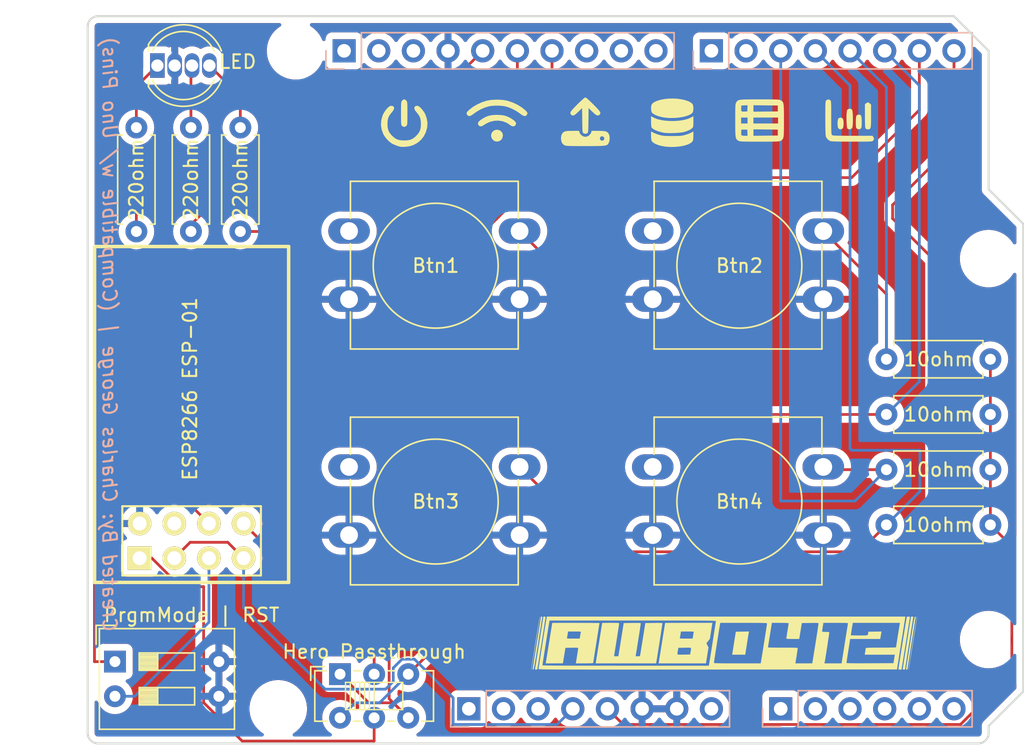
<source format=kicad_pcb>
(kicad_pcb (version 20211014) (generator pcbnew)
  (title_block (date "mar. 31 mars 2015"))
  (layers (0 "F.Cu" signal) (31 "B.Cu" signal) (34 "B.Paste" user) (35 "F.Paste" user) (36 "B.SilkS" user "B.Silkscreen") (37 "F.SilkS" user "F.Silkscreen") (38 "B.Mask" user) (39 "F.Mask" user) (44 "Edge.Cuts" user))
  (net 0 "")
  (net 1 "GND")
  (net 3 "+5V")
  (net 4 "/IOREF")
  (net 5 "/A0")
  (net 6 "/A1")
  (net 7 "/A2")
  (net 8 "/A3")
  (net 9 "/SDA{slash}A4")
  (net 10 "/SCL{slash}A5")
  (net 11 "/13")
  (net 12 "/12")
  (net 13 "/AREF")
  (net 14 "/8")
  (net 15 "/7")
  (net 16 "/*11")
  (net 17 "/*10")
  (net 18 "/*9")
  (net 19 "/4")
  (net 20 "/2")
  (net 21 "/*6")
  (net 22 "/*5")
  (net 23 "/TX{slash}1")
  (net 24 "/*3")
  (net 25 "/RX{slash}0")
  (net 26 "+3V3")
  (net 27 "VCC")
  (net 28 "/~{RESET}")
  (net 29 "Net-(D1-Pad1)")
  (net 30 "Net-(220ohm2-Pad2)")
  (net 31 "Net-(SW5-Pad5)")
  (net 33 "Net-(SW5-Pad2)")
  (net 34 "Net-(SW6-Pad1)")
  (net 35 "Net-(SW6-Pad2)")
  (net 36 "Net-(220ohm3-Pad2)")
  (footprint "Button_Switch_THT:SW_PUSH-12mm" (layer "F.Cu") (at 119.16 62.42)
    (fp_text reference "Btn1" (at 6.35 2.54) (layer "F.SilkS"))
    (fp_text value "SW_Push")
    (pad "1" thru_hole oval (at 0 0) (size 3.048 1.85) (drill 1.3) (layers *.Cu *.Mask) (net 20 "/2"))
    (pad "1" thru_hole oval (at 12.5 0) (size 3.048 1.85) (drill 1.3) (layers *.Cu *.Mask) (net 20 "/2"))
    (pad "2" thru_hole oval (at 0 5) (size 3.048 1.85) (drill 1.3) (layers *.Cu *.Mask) (net 1 "GND"))
    (pad "2" thru_hole oval (at 12.5 5) (size 3.048 1.85) (drill 1.3) (layers *.Cu *.Mask) (net 1 "GND"))
  )
  (footprint "Resistor_THT:R_Axial_DIN0207_L6.3mm_D2.5mm_P7.62mm_Horizontal" (layer "F.Cu") (at 107.57 62.45 90)
    (fp_text reference "220ohm" (at 3.81 0 90) (layer "F.SilkS"))
    (fp_text value "R")
    (pad "1" thru_hole circle (at 0 0 90) (size 1.6 1.6) (drill 0.8) (layers *.Cu *.Mask) (net 12 "/12"))
    (pad "2" thru_hole oval (at 7.62 0 90) (size 1.6 1.6) (drill 0.8) (layers *.Cu *.Mask) (net 30 "Net-(220ohm2-Pad2)"))
  )
  (footprint "CG_Logo:shield_logo(AWB-0412)" (layer "F.Cu") (at 147 92.8)
    (fp_text reference "G***" hide)
    (fp_text value "LOGO" hide)
  )
  (footprint "Resistor_THT:R_Axial_DIN0207_L6.3mm_D2.5mm_P7.62mm_Horizontal" (layer "F.Cu") (at 103.57 62.45 90)
    (fp_text reference "220ohm" (at 3.81 0 90) (layer "F.SilkS"))
    (fp_text value "R")
    (pad "1" thru_hole circle (at 0 0 90) (size 1.6 1.6) (drill 0.8) (layers *.Cu *.Mask) (net 11 "/13"))
    (pad "2" thru_hole oval (at 7.62 0 90) (size 1.6 1.6) (drill 0.8) (layers *.Cu *.Mask) (net 29 "Net-(D1-Pad1)"))
  )
  (footprint "Button_Switch_THT:SW_PUSH-12mm" (layer "F.Cu") (at 119.16 79.72)
    (fp_text reference "Btn3" (at 6.35 2.54) (layer "F.SilkS"))
    (fp_text value "SW_Push")
    (pad "1" thru_hole oval (at 12.5 0) (size 3.048 1.85) (drill 1.3) (layers *.Cu *.Mask) (net 19 "/4"))
    (pad "1" thru_hole oval (at 0 0) (size 3.048 1.85) (drill 1.3) (layers *.Cu *.Mask) (net 19 "/4"))
    (pad "2" thru_hole oval (at 0 5) (size 3.048 1.85) (drill 1.3) (layers *.Cu *.Mask) (net 1 "GND"))
    (pad "2" thru_hole oval (at 12.5 5) (size 3.048 1.85) (drill 1.3) (layers *.Cu *.Mask) (net 1 "GND"))
  )
  (footprint "Arduino_MountingHole:MountingHole_3.2mm" (layer "F.Cu") (at 115.24 49.2)
    (fp_text reference "MH1" hide)
    (fp_text value "MountingHole_3.2mm" hide)
    (pad "" np_thru_hole circle locked (at 0 0) (size 3.2 3.2) (drill 3.2) (layers *.Cu *.Mask))
  )
  (footprint "CG_Logo:shield_icons(AWB-0412)" (layer "F.Cu") (at 139.6 54.6)
    (fp_text reference "G***" hide)
    (fp_text value "LOGO" hide)
  )
  (footprint "Button_Switch_THT:SW_DIP_SPSTx02_Slide_9.78x7.26mm_W7.62mm_P2.54mm" (layer "F.Cu") (at 102 94)
    (fp_text reference "PrgmMode | RST" (at 5.62 -3.42) (layer "F.SilkS"))
    (fp_text value "SW_DIP_x02")
    (pad "1" thru_hole rect (at 0 0) (size 1.6 1.6) (drill 0.8) (layers *.Cu *.Mask) (net 34 "Net-(SW6-Pad1)"))
    (pad "2" thru_hole oval (at 0 2.54) (size 1.6 1.6) (drill 0.8) (layers *.Cu *.Mask) (net 35 "Net-(SW6-Pad2)"))
    (pad "3" thru_hole oval (at 7.62 2.54) (size 1.6 1.6) (drill 0.8) (layers *.Cu *.Mask) (net 1 "GND"))
    (pad "4" thru_hole oval (at 7.62 0) (size 1.6 1.6) (drill 0.8) (layers *.Cu *.Mask) (net 1 "GND"))
  )
  (footprint "Resistor_THT:R_Axial_DIN0207_L6.3mm_D2.5mm_P7.62mm_Horizontal" (layer "F.Cu") (at 158.547 83.97)
    (fp_text reference "10ohm" (at 3.81 0) (layer "F.SilkS"))
    (fp_text value "R")
    (pad "1" thru_hole circle (at 0 0) (size 1.6 1.6) (drill 0.8) (layers *.Cu *.Mask) (net 19 "/4"))
    (pad "2" thru_hole oval (at 7.62 0) (size 1.6 1.6) (drill 0.8) (layers *.Cu *.Mask) (net 3 "+5V"))
  )
  (footprint "Button_Switch_THT:SW_E-Switch_EG1271_SPDT" (layer "F.Cu") (at 118.5 94.92)
    (fp_text reference "Hero Passthrough" (at 2.5 -1.65) (layer "F.SilkS"))
    (fp_text value "SW_Push_DPDT")
    (pad "1" thru_hole rect (at 0 0) (size 1.6 1.6) (drill 0.8) (layers *.Cu *.Mask) (net 23 "/TX{slash}1"))
    (pad "2" thru_hole circle (at 2.5 0) (size 1.6 1.6) (drill 0.8) (layers *.Cu *.Mask) (net 33 "Net-(SW5-Pad2)"))
    (pad "3" thru_hole circle (at 5 0) (size 1.6 1.6) (drill 0.8) (layers *.Cu *.Mask) (net 25 "/RX{slash}0"))
    (pad "4" thru_hole circle (at 0 3.2) (size 1.6 1.6) (drill 0.8) (layers *.Cu *.Mask) (net 25 "/RX{slash}0"))
    (pad "5" thru_hole circle (at 2.5 3.2) (size 1.6 1.6) (drill 0.8) (layers *.Cu *.Mask) (net 31 "Net-(SW5-Pad5)"))
    (pad "6" thru_hole circle (at 5 3.2) (size 1.6 1.6) (drill 0.8) (layers *.Cu *.Mask) (net 23 "/TX{slash}1"))
  )
  (footprint "Resistor_THT:R_Axial_DIN0207_L6.3mm_D2.5mm_P7.62mm_Horizontal" (layer "F.Cu") (at 111.19 62.45 90)
    (fp_text reference "220ohm" (at 3.81 0 90) (layer "F.SilkS"))
    (fp_text value "R")
    (pad "1" thru_hole circle (at 0 0 90) (size 1.6 1.6) (drill 0.8) (layers *.Cu *.Mask) (net 16 "/*11"))
    (pad "2" thru_hole oval (at 7.62 0 90) (size 1.6 1.6) (drill 0.8) (layers *.Cu *.Mask) (net 36 "Net-(220ohm3-Pad2)"))
  )
  (footprint "Button_Switch_THT:SW_PUSH-12mm" (layer "F.Cu") (at 141.42 62.42)
    (fp_text reference "Btn2" (at 6.35 2.54) (layer "F.SilkS"))
    (fp_text value "SW_Push")
    (pad "1" thru_hole oval (at 0 0) (size 3.048 1.85) (drill 1.3) (layers *.Cu *.Mask) (net 24 "/*3"))
    (pad "1" thru_hole oval (at 12.5 0) (size 3.048 1.85) (drill 1.3) (layers *.Cu *.Mask) (net 24 "/*3"))
    (pad "2" thru_hole oval (at 12.5 5) (size 3.048 1.85) (drill 1.3) (layers *.Cu *.Mask) (net 1 "GND"))
    (pad "2" thru_hole oval (at 0 5) (size 3.048 1.85) (drill 1.3) (layers *.Cu *.Mask) (net 1 "GND"))
  )
  (footprint "Button_Switch_THT:SW_PUSH-12mm" (layer "F.Cu") (at 141.42 79.72)
    (fp_text reference "Btn4" (at 6.35 2.54) (layer "F.SilkS"))
    (fp_text value "SW_Push")
    (pad "1" thru_hole oval (at 12.5 0) (size 3.048 1.85) (drill 1.3) (layers *.Cu *.Mask) (net 22 "/*5"))
    (pad "1" thru_hole oval (at 0 0) (size 3.048 1.85) (drill 1.3) (layers *.Cu *.Mask) (net 22 "/*5"))
    (pad "2" thru_hole oval (at 12.5 5) (size 3.048 1.85) (drill 1.3) (layers *.Cu *.Mask) (net 1 "GND"))
    (pad "2" thru_hole oval (at 0 5) (size 3.048 1.85) (drill 1.3) (layers *.Cu *.Mask) (net 1 "GND"))
  )
  (footprint "Arduino_MountingHole:MountingHole_3.2mm" (layer "F.Cu") (at 113.97 97.46)
    (fp_text reference "MH2" hide)
    (fp_text value "MountingHole_3.2mm" hide)
    (pad "" np_thru_hole circle locked (at 0 0) (size 3.2 3.2) (drill 3.2) (layers *.Cu *.Mask))
  )
  (footprint "Resistor_THT:R_Axial_DIN0207_L6.3mm_D2.5mm_P7.62mm_Horizontal" (layer "F.Cu") (at 158.547 71.82)
    (fp_text reference "10ohm" (at 3.81 0) (layer "F.SilkS"))
    (fp_text value "R")
    (pad "1" thru_hole circle (at 0 0) (size 1.6 1.6) (drill 0.8) (layers *.Cu *.Mask) (net 24 "/*3"))
    (pad "2" thru_hole oval (at 7.62 0) (size 1.6 1.6) (drill 0.8) (layers *.Cu *.Mask) (net 3 "+5V"))
  )
  (footprint "LED_THT:LED_D5.0mm-4_RGB" (layer "F.Cu") (at 105.1109 50.28)
    (fp_text reference "LED" (at 5.8891 -0.28) (layer "F.SilkS"))
    (fp_text value "APA-106-F5")
    (pad "1" thru_hole rect (at 0 0) (size 1.07 1.8) (drill 0.9) (layers *.Cu *.Mask) (net 29 "Net-(D1-Pad1)"))
    (pad "2" thru_hole oval (at 1.27 0) (size 1.07 1.8) (drill 0.9) (layers *.Cu *.Mask) (net 1 "GND"))
    (pad "3" thru_hole oval (at 2.54 0) (size 1.07 1.8) (drill 0.9) (layers *.Cu *.Mask) (net 30 "Net-(220ohm2-Pad2)"))
    (pad "4" thru_hole oval (at 3.81 0) (size 1.07 1.8) (drill 0.9) (layers *.Cu *.Mask) (net 36 "Net-(220ohm3-Pad2)"))
  )
  (footprint "Arduino_MountingHole:MountingHole_3.2mm" (layer "F.Cu") (at 166.04 64.44)
    (fp_text reference "MH3" hide)
    (fp_text value "MountingHole_3.2mm" hide)
    (pad "" np_thru_hole circle locked (at 0 0) (size 3.2 3.2) (drill 3.2) (layers *.Cu *.Mask))
  )
  (footprint "Arduino_MountingHole:MountingHole_3.2mm" (layer "F.Cu") (at 166.04 92.38)
    (fp_text reference "MH4" hide)
    (fp_text value "MountingHole_3.2mm" hide)
    (pad "" np_thru_hole circle locked (at 0 0) (size 3.2 3.2) (drill 3.2) (layers *.Cu *.Mask))
  )
  (footprint "Resistor_THT:R_Axial_DIN0207_L6.3mm_D2.5mm_P7.62mm_Horizontal" (layer "F.Cu") (at 158.547 75.87)
    (fp_text reference "10ohm" (at 3.81 0) (layer "F.SilkS"))
    (fp_text value "R")
    (pad "1" thru_hole circle (at 0 0) (size 1.6 1.6) (drill 0.8) (layers *.Cu *.Mask) (net 20 "/2"))
    (pad "2" thru_hole oval (at 7.62 0) (size 1.6 1.6) (drill 0.8) (layers *.Cu *.Mask) (net 3 "+5V"))
  )
  (footprint "ESP8266:ESP-01" (layer "F.Cu") (at 103.81 86.411 90)
    (fp_text reference "ESP8266 ESP-01" (at 12.411 3.69 90) (layer "F.SilkS"))
    (fp_text value "ESP-01v090")
    (pad "1" thru_hole rect locked (at 0 0 90) (size 1.7272 1.7272) (drill 1.016) (layers *.Cu *.Mask "F.SilkS") (net 31 "Net-(SW5-Pad5)"))
    (pad "2" thru_hole oval locked (at 2.54 0 90) (size 1.7272 1.7272) (drill 1.016) (layers *.Cu *.Mask "F.SilkS") (net 1 "GND"))
    (pad "3" thru_hole oval locked (at 0 2.54 90) (size 1.7272 1.7272) (drill 1.016) (layers *.Cu *.Mask "F.SilkS") (net 26 "+3V3"))
    (pad "4" thru_hole oval locked (at 2.54 2.54 90) (size 1.7272 1.7272) (drill 1.016) (layers *.Cu *.Mask "F.SilkS"))
    (pad "5" thru_hole oval locked (at 0 5.08 90) (size 1.7272 1.7272) (drill 1.016) (layers *.Cu *.Mask "F.SilkS") (net 35 "Net-(SW6-Pad2)"))
    (pad "6" thru_hole oval locked (at 2.54 5.08 90) (size 1.7272 1.7272) (drill 1.016) (layers *.Cu *.Mask "F.SilkS") (net 34 "Net-(SW6-Pad1)"))
    (pad "7" thru_hole oval locked (at 0 7.62 90) (size 1.7272 1.7272) (drill 1.016) (layers *.Cu *.Mask "F.SilkS") (net 26 "+3V3"))
    (pad "8" thru_hole oval locked (at 2.54 7.62 90) (size 1.7272 1.7272) (drill 1.016) (layers *.Cu *.Mask "F.SilkS") (net 33 "Net-(SW5-Pad2)"))
  )
  (footprint "Resistor_THT:R_Axial_DIN0207_L6.3mm_D2.5mm_P7.62mm_Horizontal" (layer "F.Cu") (at 158.547 79.92)
    (fp_text reference "10ohm" (at 3.81 0) (layer "F.SilkS"))
    (fp_text value "R")
    (pad "1" thru_hole circle (at 0 0) (size 1.6 1.6) (drill 0.8) (layers *.Cu *.Mask) (net 22 "/*5"))
    (pad "2" thru_hole oval (at 7.62 0) (size 1.6 1.6) (drill 0.8) (layers *.Cu *.Mask) (net 3 "+5V"))
  )
  (footprint "Connector_PinSocket_2.54mm:PinSocket_1x08_P2.54mm_Vertical" (layer "B.Cu") (at 127.94 97.46 -90)
    (fp_text reference "J1" hide)
    (fp_text value "Power")
    (pad "1" thru_hole rect locked (at 0 0 270) (size 1.7 1.7) (drill 1) (layers *.Cu *.Mask))
    (pad "2" thru_hole oval locked (at 0 -2.54 270) (size 1.7 1.7) (drill 1) (layers *.Cu *.Mask) (net 4 "/IOREF"))
    (pad "3" thru_hole oval locked (at 0 -5.08 270) (size 1.7 1.7) (drill 1) (layers *.Cu *.Mask) (net 28 "/~{RESET}"))
    (pad "4" thru_hole oval locked (at 0 -7.62 270) (size 1.7 1.7) (drill 1) (layers *.Cu *.Mask) (net 26 "+3V3"))
    (pad "5" thru_hole oval locked (at 0 -10.16 270) (size 1.7 1.7) (drill 1) (layers *.Cu *.Mask) (net 3 "+5V"))
    (pad "6" thru_hole oval locked (at 0 -12.7 270) (size 1.7 1.7) (drill 1) (layers *.Cu *.Mask) (net 1 "GND"))
    (pad "7" thru_hole oval locked (at 0 -15.24 270) (size 1.7 1.7) (drill 1) (layers *.Cu *.Mask) (net 1 "GND"))
    (pad "8" thru_hole oval locked (at 0 -17.78 270) (size 1.7 1.7) (drill 1) (layers *.Cu *.Mask) (net 27 "VCC"))
  )
  (footprint "Connector_PinSocket_2.54mm:PinSocket_1x06_P2.54mm_Vertical" (layer "B.Cu") (at 150.8 97.46 -90)
    (fp_text reference "J3" hide)
    (fp_text value "Analog")
    (pad "1" thru_hole rect locked (at 0 0 270) (size 1.7 1.7) (drill 1) (layers *.Cu *.Mask) (net 5 "/A0"))
    (pad "2" thru_hole oval locked (at 0 -2.54 270) (size 1.7 1.7) (drill 1) (layers *.Cu *.Mask) (net 6 "/A1"))
    (pad "3" thru_hole oval locked (at 0 -5.08 270) (size 1.7 1.7) (drill 1) (layers *.Cu *.Mask) (net 7 "/A2"))
    (pad "4" thru_hole oval locked (at 0 -7.62 270) (size 1.7 1.7) (drill 1) (layers *.Cu *.Mask) (net 8 "/A3"))
    (pad "5" thru_hole oval locked (at 0 -10.16 270) (size 1.7 1.7) (drill 1) (layers *.Cu *.Mask) (net 9 "/SDA{slash}A4"))
    (pad "6" thru_hole oval locked (at 0 -12.7 270) (size 1.7 1.7) (drill 1) (layers *.Cu *.Mask) (net 10 "/SCL{slash}A5"))
  )
  (footprint "Connector_PinSocket_2.54mm:PinSocket_1x10_P2.54mm_Vertical" (layer "B.Cu") (at 118.796 49.2 -90)
    (fp_text reference "J2" hide)
    (fp_text value "Digital/PWM")
    (pad "1" thru_hole rect locked (at 0 0 270) (size 1.7 1.7) (drill 1) (layers *.Cu *.Mask) (net 10 "/SCL{slash}A5"))
    (pad "2" thru_hole oval locked (at 0 -2.54 270) (size 1.7 1.7) (drill 1) (layers *.Cu *.Mask) (net 9 "/SDA{slash}A4"))
    (pad "3" thru_hole oval locked (at 0 -5.08 270) (size 1.7 1.7) (drill 1) (layers *.Cu *.Mask) (net 13 "/AREF"))
    (pad "4" thru_hole oval locked (at 0 -7.62 270) (size 1.7 1.7) (drill 1) (layers *.Cu *.Mask) (net 1 "GND"))
    (pad "5" thru_hole oval locked (at 0 -10.16 270) (size 1.7 1.7) (drill 1) (layers *.Cu *.Mask) (net 11 "/13"))
    (pad "6" thru_hole oval locked (at 0 -12.7 270) (size 1.7 1.7) (drill 1) (layers *.Cu *.Mask) (net 12 "/12"))
    (pad "7" thru_hole oval locked (at 0 -15.24 270) (size 1.7 1.7) (drill 1) (layers *.Cu *.Mask) (net 16 "/*11"))
    (pad "8" thru_hole oval locked (at 0 -17.78 270) (size 1.7 1.7) (drill 1) (layers *.Cu *.Mask) (net 17 "/*10"))
    (pad "9" thru_hole oval locked (at 0 -20.32 270) (size 1.7 1.7) (drill 1) (layers *.Cu *.Mask) (net 18 "/*9"))
    (pad "10" thru_hole oval locked (at 0 -22.86 270) (size 1.7 1.7) (drill 1) (layers *.Cu *.Mask) (net 14 "/8"))
  )
  (footprint "Connector_PinSocket_2.54mm:PinSocket_1x08_P2.54mm_Vertical" (layer "B.Cu") (at 145.72 49.2 -90)
    (fp_text reference "J4" hide)
    (fp_text value "Digital/PWM")
    (pad "1" thru_hole rect locked (at 0 0 270) (size 1.7 1.7) (drill 1) (layers *.Cu *.Mask) (net 15 "/7"))
    (pad "2" thru_hole oval locked (at 0 -2.54 270) (size 1.7 1.7) (drill 1) (layers *.Cu *.Mask) (net 21 "/*6"))
    (pad "3" thru_hole oval locked (at 0 -5.08 270) (size 1.7 1.7) (drill 1) (layers *.Cu *.Mask) (net 22 "/*5"))
    (pad "4" thru_hole oval locked (at 0 -7.62 270) (size 1.7 1.7) (drill 1) (layers *.Cu *.Mask) (net 19 "/4"))
    (pad "5" thru_hole oval locked (at 0 -10.16 270) (size 1.7 1.7) (drill 1) (layers *.Cu *.Mask) (net 24 "/*3"))
    (pad "6" thru_hole oval locked (at 0 -12.7 270) (size 1.7 1.7) (drill 1) (layers *.Cu *.Mask) (net 20 "/2"))
    (pad "7" thru_hole oval locked (at 0 -15.24 270) (size 1.7 1.7) (drill 1) (layers *.Cu *.Mask) (net 23 "/TX{slash}1"))
    (pad "8" thru_hole oval locked (at 0 -17.78 270) (size 1.7 1.7) (drill 1) (layers *.Cu *.Mask) (net 25 "/RX{slash}0"))
  )
  (gr_line (start 166.04 59.36) (end 168.58 61.9) (layer "Edge.Cuts") (width 0.15))
  (gr_line (start 100 99.238) (end 100 47.422) (layer "Edge.Cuts") (width 0.15))
  (gr_line (start 168.58 61.9) (end 168.58 96.19) (layer "Edge.Cuts") (width 0.15))
  (gr_line (start 165.278 100) (end 100.762 100) (layer "Edge.Cuts") (width 0.15))
  (gr_line (start 100.762 46.66) (end 163.5 46.66) (layer "Edge.Cuts") (width 0.15))
  (gr_arc (start 100.762 100) (mid 100.223185 99.776815) (end 100 99.238) (layer "Edge.Cuts") (width 0.15))
  (gr_line (start 168.58 96.19) (end 166.04 98.73) (layer "Edge.Cuts") (width 0.15))
  (gr_line (start 163.5 46.66) (end 166.04 49.2) (layer "Edge.Cuts") (width 0.15))
  (gr_arc (start 166.04 99.238) (mid 165.816815 99.776815) (end 165.278 100) (layer "Edge.Cuts") (width 0.15))
  (gr_line (start 166.04 49.2) (end 166.04 59.36) (layer "Edge.Cuts") (width 0.15))
  (gr_line (start 166.04 98.73) (end 166.04 99.238) (layer "Edge.Cuts") (width 0.15))
  (gr_arc (start 100 47.422) (mid 100.223185 46.883185) (end 100.762 46.66) (layer "Edge.Cuts") (width 0.15))
  (gr_text "Created By: Charles George | (Compatible w/ Uno Pins)" (at 101.6 91.95 -90) (layer "B.SilkS") (effects (font (size 1 1) (thickness 0.15) italic) (justify left mirror)))
  (segment (start 163.976346 98.61) (end 139.25 98.61) (width 0.2) (layer "F.Cu") (net 3))
  (segment (start 167.740001 94.846345) (end 163.976346 98.61) (width 0.2) (layer "F.Cu") (net 3))
  (segment (start 166.167 83.97) (end 167.740001 85.543001) (width 0.2) (layer "F.Cu") (net 3))
  (segment (start 139.25 98.61) (end 138.1 97.46) (width 0.2) (layer "F.Cu") (net 3))
  (segment (start 167.740001 85.543001) (end 167.740001 94.846345) (width 0.2) (layer "F.Cu") (net 3))
  (segment (start 166.167 79.92) (end 166.167 75.87) (width 0.2) (layer "F.Cu") (net 3))
  (segment (start 166.167 83.97) (end 166.167 79.92) (width 0.2) (layer "F.Cu") (net 3))
  (segment (start 166.167 75.87) (end 166.167 71.82) (width 0.2) (layer "F.Cu") (net 3))
  (segment (start 103.57 58.43) (end 105 57) (width 0.2) (layer "F.Cu") (net 11))
  (segment (start 113.5 57) (end 116 54.5) (width 0.2) (layer "F.Cu") (net 11))
  (segment (start 105 57) (end 113.5 57) (width 0.2) (layer "F.Cu") (net 11))
  (segment (start 126.156 52) (end 128.956 49.2) (width 0.2) (layer "F.Cu") (net 11))
  (segment (start 116 52) (end 126.156 52) (width 0.2) (layer "F.Cu") (net 11))
  (segment (start 103.57 62.45) (end 103.57 58.43) (width 0.2) (layer "F.Cu") (net 11))
  (segment (start 116 54.5) (end 116 52) (width 0.2) (layer "F.Cu") (net 11))
  (segment (start 107.62 61.9) (end 110.16 59.36) (width 0.2) (layer "F.Cu") (net 12))
  (segment (start 119 55) (end 119 54) (width 0.2) (layer "F.Cu") (net 12))
  (segment (start 110.16 59.36) (end 114.64 59.36) (width 0.2) (layer "F.Cu") (net 12))
  (segment (start 107.37 62.41) (end 107.37 62.15) (width 0.2) (layer "F.Cu") (net 12))
  (segment (start 107.57 62.45) (end 107.62 62.4) (width 0.2) (layer "F.Cu") (net 12))
  (segment (start 131.496 52.504) (end 131.496 49.2) (width 0.2) (layer "F.Cu") (net 12))
  (segment (start 130 54) (end 131.496 52.504) (width 0.2) (layer "F.Cu") (net 12))
  (segment (start 114.64 59.36) (end 119 55) (width 0.2) (layer "F.Cu") (net 12))
  (segment (start 107.62 62.4) (end 107.62 61.9) (width 0.2) (layer "F.Cu") (net 12))
  (segment (start 119 54) (end 130 54) (width 0.2) (layer "F.Cu") (net 12))
  (segment (start 116.05 62.45) (end 121.5 57) (width 0.2) (layer "F.Cu") (net 16))
  (segment (start 134.036 53.964) (end 134.036 49.2) (width 0.2) (layer "F.Cu") (net 16))
  (segment (start 131 57) (end 134.036 53.964) (width 0.2) (layer "F.Cu") (net 16))
  (segment (start 121.5 57) (end 131 57) (width 0.2) (layer "F.Cu") (net 16))
  (segment (start 111.19 62.45) (end 116.05 62.45) (width 0.2) (layer "F.Cu") (net 16))
  (segment (start 156.572 85.945) (end 137.885 85.945) (width 0.2) (layer "F.Cu") (net 19))
  (segment (start 137.885 85.945) (end 131.66 79.72) (width 0.2) (layer "F.Cu") (net 19))
  (segment (start 158.547 83.97) (end 156.572 85.945) (width 0.2) (layer "F.Cu") (net 19))
  (segment (start 158.547 83.97) (end 161 81.517) (width 0.2) (layer "B.Cu") (net 19))
  (segment (start 156 78.5) (end 155.88 78.38) (width 0.2) (layer "B.Cu") (net 19))
  (segment (start 161 81.517) (end 161 78.5) (width 0.2) (layer "B.Cu") (net 19))
  (segment (start 155.88 78.38) (end 155.88 51.74) (width 0.2) (layer "B.Cu") (net 19))
  (segment (start 155.88 51.74) (end 153.34 49.2) (width 0.2) (layer "B.Cu") (net 19))
  (segment (start 161 78.5) (end 156 78.5) (width 0.2) (layer "B.Cu") (net 19))
  (segment (start 145.11 75.87) (end 131.66 62.42) (width 0.2) (layer "F.Cu") (net 20))
  (segment (start 158.547 75.87) (end 145.11 75.87) (width 0.2) (layer "F.Cu") (net 20))
  (segment (start 158.547 75.87) (end 160.96 73.457) (width 0.2) (layer "B.Cu") (net 20))
  (segment (start 160.96 73.457) (end 160.96 51.74) (width 0.2) (layer "B.Cu") (net 20))
  (segment (start 160.96 51.74) (end 158.42 49.2) (width 0.2) (layer "B.Cu") (net 20))
  (segment (start 158.547 79.92) (end 154.12 79.92) (width 0.2) (layer "F.Cu") (net 22))
  (segment (start 154.12 79.92) (end 153.92 79.72) (width 0.2) (layer "F.Cu") (net 22))
  (segment (start 150.8 49.2) (end 150.8 82.22) (width 0.2) (layer "B.Cu") (net 22))
  (segment (start 156.247 82.22) (end 158.547 79.92) (width 0.2) (layer "B.Cu") (net 22))
  (segment (start 158.547 79.92) (end 158.547 79.807) (width 0.2) (layer "B.Cu") (net 22))
  (segment (start 150.8 82.22) (end 156.247 82.22) (width 0.2) (layer "B.Cu") (net 22))
  (segment (start 122.1 69.4) (end 133 58.5) (width 0.2) (layer "F.Cu") (net 23))
  (segment (start 122.1 96.72) (end 122.1 69.4) (width 0.2) (layer "F.Cu") (net 23))
  (segment (start 123.5 98.12) (end 122.1 96.72) (width 0.2) (layer "F.Cu") (net 23))
  (segment (start 156 58.5) (end 160.96 53.54) (width 0.2) (layer "F.Cu") (net 23))
  (segment (start 120.6 97.02) (end 122.4 97.02) (width 0.2) (layer "F.Cu") (net 23))
  (segment (start 118.5 94.92) (end 120.6 97.02) (width 0.2) (layer "F.Cu") (net 23))
  (segment (start 122.4 97.02) (end 123.5 98.12) (width 0.2) (layer "F.Cu") (net 23))
  (segment (start 133 58.5) (end 156 58.5) (width 0.2) (layer "F.Cu") (net 23))
  (segment (start 160.96 53.54) (end 160.96 49.2) (width 0.2) (layer "F.Cu") (net 23))
  (segment (start 158.547 71.82) (end 158.547 67.047) (width 0.2) (layer "F.Cu") (net 24))
  (segment (start 158.547 67.047) (end 153.92 62.42) (width 0.2) (layer "F.Cu") (net 24))
  (segment (start 158.547 71.82) (end 158.547 51.867) (width 0.2) (layer "B.Cu") (net 24))
  (segment (start 158.547 51.867) (end 155.88 49.2) (width 0.2) (layer "B.Cu") (net 24))
  (segment (start 158 92) (end 162 88) (width 0.2) (layer "F.Cu") (net 25))
  (segment (start 163.5 56) (end 163.5 49.2) (width 0.2) (layer "F.Cu") (net 25))
  (segment (start 162 88) (end 162 64.5) (width 0.2) (layer "F.Cu") (net 25))
  (segment (start 162 64.5) (end 159 61.5) (width 0.2) (layer "F.Cu") (net 25))
  (segment (start 126.42 92) (end 158 92) (width 0.2) (layer "F.Cu") (net 25))
  (segment (start 159 61.5) (end 159 60.5) (width 0.2) (layer "F.Cu") (net 25))
  (segment (start 159 60.5) (end 163.5 56) (width 0.2) (layer "F.Cu") (net 25))
  (segment (start 123.5 94.92) (end 126.42 92) (width 0.2) (layer "F.Cu") (net 25))
  (segment (start 118.5 98.12) (end 119.6 97.02) (width 0.2) (layer "B.Cu") (net 25))
  (segment (start 119.6 97.02) (end 121.4 97.02) (width 0.2) (layer "B.Cu") (net 25))
  (segment (start 121.4 97.02) (end 123.5 94.92) (width 0.2) (layer "B.Cu") (net 25))
  (segment (start 106.35 86.411) (end 107.5136 85.2474) (width 0.2) (layer "F.Cu") (net 26))
  (segment (start 110.2664 85.2474) (end 111.43 86.411) (width 0.2) (layer "F.Cu") (net 26))
  (segment (start 107.5136 85.2474) (end 110.2664 85.2474) (width 0.2) (layer "F.Cu") (net 26))
  (segment (start 122.4 94.464365) (end 123.044365 93.82) (width 0.2) (layer "B.Cu") (net 26))
  (segment (start 123.955635 93.82) (end 126.79 96.654365) (width 0.2) (layer "B.Cu") (net 26))
  (segment (start 111.43 90.05) (end 117.4 96.02) (width 0.2) (layer "B.Cu") (net 26))
  (segment (start 123.044365 93.82) (end 123.955635 93.82) (width 0.2) (layer "B.Cu") (net 26))
  (segment (start 111.43 86.411) (end 111.43 90.05) (width 0.2) (layer "B.Cu") (net 26))
  (segment (start 122.4 95.454315) (end 122.4 94.464365) (width 0.2) (layer "B.Cu") (net 26))
  (segment (start 117.4 96.02) (end 121.834315 96.02) (width 0.2) (layer "B.Cu") (net 26))
  (segment (start 126.79 96.654365) (end 126.79 98.61) (width 0.2) (layer "B.Cu") (net 26))
  (segment (start 121.834315 96.02) (end 122.4 95.454315) (width 0.2) (layer "B.Cu") (net 26))
  (segment (start 126.79 98.61) (end 134.41 98.61) (width 0.2) (layer "B.Cu") (net 26))
  (segment (start 134.41 98.61) (end 135.56 97.46) (width 0.2) (layer "B.Cu") (net 26))
  (segment (start 103.57 54.83) (end 103.57 51.8209) (width 0.2) (layer "F.Cu") (net 29))
  (segment (start 103.57 51.8209) (end 105.1109 50.28) (width 0.2) (layer "F.Cu") (net 29))
  (segment (start 107.57 50.3609) (end 107.6509 50.28) (width 0.2) (layer "F.Cu") (net 30))
  (segment (start 107.57 54.83) (end 107.57 50.3609) (width 0.2) (layer "F.Cu") (net 30))
  (segment (start 106.793421 88.5) (end 108.5 88.5) (width 0.2) (layer "F.Cu") (net 31))
  (segment (start 104.704421 86.411) (end 106.793421 88.5) (width 0.2) (layer "F.Cu") (net 31))
  (segment (start 108.5 88.5) (end 108.5 97) (width 0.2) (layer "F.Cu") (net 31))
  (segment (start 111.325 99.825) (end 121 99.825) (width 0.2) (layer "F.Cu") (net 31))
  (segment (start 103.81 86.411) (end 104.704421 86.411) (width 0.2) (layer "F.Cu") (net 31))
  (segment (start 108.5 97) (end 111.325 99.825) (width 0.2) (layer "F.Cu") (net 31))
  (segment (start 121 99.825) (end 121 98.12) (width 0.2) (layer "F.Cu") (net 31))
  (segment (start 111.43 83.871) (end 112.559 85) (width 0.2) (layer "F.Cu") (net 33))
  (segment (start 111.43 83.871) (end 111.43 83.57) (width 0.2) (layer "F.Cu") (net 33))
  (segment (start 121 92.5) (end 121 94.92) (width 0.2) (layer "F.Cu") (net 33))
  (segment (start 111.43 83.57) (end 111.5 83.5) (width 0.2) (layer "F.Cu") (net 33))
  (segment (start 113.5 85) (end 121 92.5) (width 0.2) (layer "F.Cu") (net 33))
  (segment (start 112.559 85) (end 113.5 85) (width 0.2) (layer "F.Cu") (net 33))
  (segment (start 102 94) (end 102.54 94.54) (width 0.2) (layer "F.Cu") (net 34))
  (segment (start 108.89 83.871) (end 107.019 82) (width 0.2) (layer "F.Cu") (net 34))
  (segment (start 100.5 94) (end 102 94) (width 0.2) (layer "F.Cu") (net 34))
  (segment (start 107.019 82) (end 101 82) (width 0.2) (layer "F.Cu") (net 34))
  (segment (start 101 82) (end 100.5 82.5) (width 0.2) (layer "F.Cu") (net 34))
  (segment (start 100.5 82.5) (end 100.5 94) (width 0.2) (layer "F.Cu") (net 34))
  (segment (start 102 96.54) (end 103.46 96.54) (width 0.2) (layer "B.Cu") (net 35))
  (segment (start 103.46 96.54) (end 108.89 91.11) (width 0.2) (layer "B.Cu") (net 35))
  (segment (start 108.89 91.11) (end 108.89 86.411) (width 0.2) (layer "B.Cu") (net 35))
  (segment (start 111.19 54.83) (end 111.19 52.5491) (width 0.2) (layer "F.Cu") (net 36))
  (segment (start 111.19 54.83) (end 110.71 54.83) (width 0.2) (layer "F.Cu") (net 36))
  (segment (start 111.19 52.5491) (end 108.9209 50.28) (width 0.2) (layer "F.Cu") (net 36))
  (zone (net 1) (net_name "GND") (layer "F.Cu") (connect_pads (clearance 0.508)) (min_thickness 0.254) (fill yes (thermal_gap 0.508) (thermal_bridge_width 0.508))
    (polygon (pts (xy 168.58 100) (xy 100 100) (xy 100 46.66) (xy 168.58 46.66)))
  )
  (zone (net 1) (net_name "GND") (layer "B.Cu") (connect_pads (clearance 0.508)) (min_thickness 0.254) (fill yes (thermal_gap 0.508) (thermal_bridge_width 0.508))
    (polygon (pts (xy 168.58 100) (xy 100 100) (xy 100 46.66) (xy 168.58 46.66)))
  )
)
</source>
